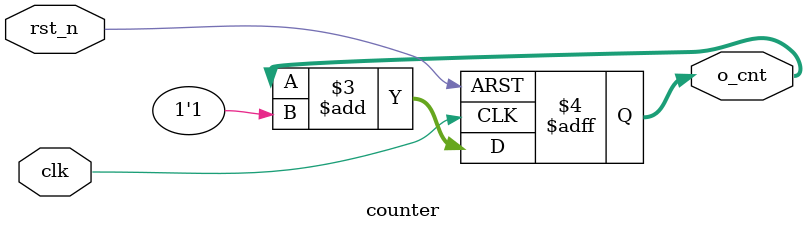
<source format=sv>
module counter #(
    parameter WIDTH = 6
) (
    input  logic clk,
    input  logic rst_n,

    output logic [WIDTH-1:0] o_cnt
);

always_ff @(posedge clk or negedge rst_n) begin
    if (!rst_n)
        o_cnt <= '0;
    else
        o_cnt <= o_cnt + 1'b1;
end

endmodule
</source>
